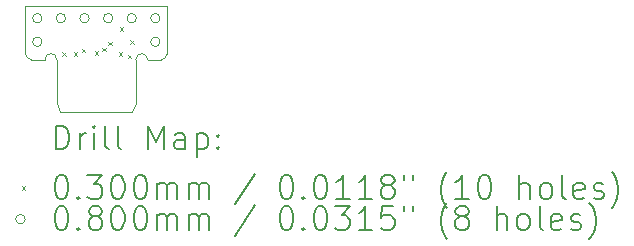
<source format=gbr>
%TF.GenerationSoftware,KiCad,Pcbnew,8.0.2*%
%TF.CreationDate,2024-05-28T21:34:03+01:00*%
%TF.ProjectId,RMC_USBCT,524d435f-5553-4424-9354-2e6b69636164,rev?*%
%TF.SameCoordinates,Original*%
%TF.FileFunction,Drillmap*%
%TF.FilePolarity,Positive*%
%FSLAX45Y45*%
G04 Gerber Fmt 4.5, Leading zero omitted, Abs format (unit mm)*
G04 Created by KiCad (PCBNEW 8.0.2) date 2024-05-28 21:34:03*
%MOMM*%
%LPD*%
G01*
G04 APERTURE LIST*
%ADD10C,0.050000*%
%ADD11C,0.200000*%
%ADD12C,0.100000*%
G04 APERTURE END LIST*
D10*
X11600000Y-7650000D02*
X11600000Y-8050000D01*
X12800000Y-7650000D02*
X11600000Y-7650000D01*
X12800000Y-8050000D02*
X12800000Y-7650000D01*
X11765500Y-8100000D02*
X11650000Y-8100000D01*
X11865500Y-8470000D02*
X11865500Y-8100000D01*
X11865500Y-8470000D02*
X11895500Y-8545000D01*
X12504500Y-8545000D02*
X11895500Y-8545000D01*
X12534500Y-8470000D02*
X12504500Y-8545000D01*
X12534500Y-8470000D02*
X12534500Y-8100000D01*
X12634500Y-8100000D02*
X12750000Y-8100000D01*
X11650000Y-8100000D02*
G75*
G02*
X11600000Y-8050000I0J50000D01*
G01*
X11765500Y-8100000D02*
G75*
G02*
X11865500Y-8100000I50000J0D01*
G01*
X12534500Y-8100000D02*
G75*
G02*
X12634500Y-8100000I50000J0D01*
G01*
X12800000Y-8050000D02*
G75*
G02*
X12750000Y-8100000I-50000J0D01*
G01*
D11*
D12*
X11910000Y-8040000D02*
X11940000Y-8070000D01*
X11940000Y-8040000D02*
X11910000Y-8070000D01*
X12010000Y-8040000D02*
X12040000Y-8070000D01*
X12040000Y-8040000D02*
X12010000Y-8070000D01*
X12075000Y-8010000D02*
X12105000Y-8040000D01*
X12105000Y-8010000D02*
X12075000Y-8040000D01*
X12185000Y-8030000D02*
X12215000Y-8060000D01*
X12215000Y-8030000D02*
X12185000Y-8060000D01*
X12250000Y-8000000D02*
X12280000Y-8030000D01*
X12280000Y-8000000D02*
X12250000Y-8030000D01*
X12300000Y-7950000D02*
X12330000Y-7980000D01*
X12330000Y-7950000D02*
X12300000Y-7980000D01*
X12390000Y-8040000D02*
X12420000Y-8070000D01*
X12420000Y-8040000D02*
X12390000Y-8070000D01*
X12400000Y-7825000D02*
X12430000Y-7855000D01*
X12430000Y-7825000D02*
X12400000Y-7855000D01*
X12465000Y-8057500D02*
X12495000Y-8087500D01*
X12495000Y-8057500D02*
X12465000Y-8087500D01*
X12485000Y-7935000D02*
X12515000Y-7965000D01*
X12515000Y-7935000D02*
X12485000Y-7965000D01*
X11740000Y-7750000D02*
G75*
G02*
X11660000Y-7750000I-40000J0D01*
G01*
X11660000Y-7750000D02*
G75*
G02*
X11740000Y-7750000I40000J0D01*
G01*
X11740000Y-7950000D02*
G75*
G02*
X11660000Y-7950000I-40000J0D01*
G01*
X11660000Y-7950000D02*
G75*
G02*
X11740000Y-7950000I40000J0D01*
G01*
X11940000Y-7750000D02*
G75*
G02*
X11860000Y-7750000I-40000J0D01*
G01*
X11860000Y-7750000D02*
G75*
G02*
X11940000Y-7750000I40000J0D01*
G01*
X12140000Y-7750000D02*
G75*
G02*
X12060000Y-7750000I-40000J0D01*
G01*
X12060000Y-7750000D02*
G75*
G02*
X12140000Y-7750000I40000J0D01*
G01*
X12340000Y-7750000D02*
G75*
G02*
X12260000Y-7750000I-40000J0D01*
G01*
X12260000Y-7750000D02*
G75*
G02*
X12340000Y-7750000I40000J0D01*
G01*
X12540000Y-7750000D02*
G75*
G02*
X12460000Y-7750000I-40000J0D01*
G01*
X12460000Y-7750000D02*
G75*
G02*
X12540000Y-7750000I40000J0D01*
G01*
X12740000Y-7750000D02*
G75*
G02*
X12660000Y-7750000I-40000J0D01*
G01*
X12660000Y-7750000D02*
G75*
G02*
X12740000Y-7750000I40000J0D01*
G01*
X12740000Y-7950000D02*
G75*
G02*
X12660000Y-7950000I-40000J0D01*
G01*
X12660000Y-7950000D02*
G75*
G02*
X12740000Y-7950000I40000J0D01*
G01*
D11*
X11858277Y-8858984D02*
X11858277Y-8658984D01*
X11858277Y-8658984D02*
X11905896Y-8658984D01*
X11905896Y-8658984D02*
X11934467Y-8668508D01*
X11934467Y-8668508D02*
X11953515Y-8687555D01*
X11953515Y-8687555D02*
X11963039Y-8706603D01*
X11963039Y-8706603D02*
X11972562Y-8744698D01*
X11972562Y-8744698D02*
X11972562Y-8773270D01*
X11972562Y-8773270D02*
X11963039Y-8811365D01*
X11963039Y-8811365D02*
X11953515Y-8830412D01*
X11953515Y-8830412D02*
X11934467Y-8849460D01*
X11934467Y-8849460D02*
X11905896Y-8858984D01*
X11905896Y-8858984D02*
X11858277Y-8858984D01*
X12058277Y-8858984D02*
X12058277Y-8725650D01*
X12058277Y-8763746D02*
X12067801Y-8744698D01*
X12067801Y-8744698D02*
X12077324Y-8735174D01*
X12077324Y-8735174D02*
X12096372Y-8725650D01*
X12096372Y-8725650D02*
X12115420Y-8725650D01*
X12182086Y-8858984D02*
X12182086Y-8725650D01*
X12182086Y-8658984D02*
X12172562Y-8668508D01*
X12172562Y-8668508D02*
X12182086Y-8678031D01*
X12182086Y-8678031D02*
X12191610Y-8668508D01*
X12191610Y-8668508D02*
X12182086Y-8658984D01*
X12182086Y-8658984D02*
X12182086Y-8678031D01*
X12305896Y-8858984D02*
X12286848Y-8849460D01*
X12286848Y-8849460D02*
X12277324Y-8830412D01*
X12277324Y-8830412D02*
X12277324Y-8658984D01*
X12410658Y-8858984D02*
X12391610Y-8849460D01*
X12391610Y-8849460D02*
X12382086Y-8830412D01*
X12382086Y-8830412D02*
X12382086Y-8658984D01*
X12639229Y-8858984D02*
X12639229Y-8658984D01*
X12639229Y-8658984D02*
X12705896Y-8801841D01*
X12705896Y-8801841D02*
X12772562Y-8658984D01*
X12772562Y-8658984D02*
X12772562Y-8858984D01*
X12953515Y-8858984D02*
X12953515Y-8754222D01*
X12953515Y-8754222D02*
X12943991Y-8735174D01*
X12943991Y-8735174D02*
X12924943Y-8725650D01*
X12924943Y-8725650D02*
X12886848Y-8725650D01*
X12886848Y-8725650D02*
X12867801Y-8735174D01*
X12953515Y-8849460D02*
X12934467Y-8858984D01*
X12934467Y-8858984D02*
X12886848Y-8858984D01*
X12886848Y-8858984D02*
X12867801Y-8849460D01*
X12867801Y-8849460D02*
X12858277Y-8830412D01*
X12858277Y-8830412D02*
X12858277Y-8811365D01*
X12858277Y-8811365D02*
X12867801Y-8792317D01*
X12867801Y-8792317D02*
X12886848Y-8782793D01*
X12886848Y-8782793D02*
X12934467Y-8782793D01*
X12934467Y-8782793D02*
X12953515Y-8773270D01*
X13048753Y-8725650D02*
X13048753Y-8925650D01*
X13048753Y-8735174D02*
X13067801Y-8725650D01*
X13067801Y-8725650D02*
X13105896Y-8725650D01*
X13105896Y-8725650D02*
X13124943Y-8735174D01*
X13124943Y-8735174D02*
X13134467Y-8744698D01*
X13134467Y-8744698D02*
X13143991Y-8763746D01*
X13143991Y-8763746D02*
X13143991Y-8820889D01*
X13143991Y-8820889D02*
X13134467Y-8839936D01*
X13134467Y-8839936D02*
X13124943Y-8849460D01*
X13124943Y-8849460D02*
X13105896Y-8858984D01*
X13105896Y-8858984D02*
X13067801Y-8858984D01*
X13067801Y-8858984D02*
X13048753Y-8849460D01*
X13229705Y-8839936D02*
X13239229Y-8849460D01*
X13239229Y-8849460D02*
X13229705Y-8858984D01*
X13229705Y-8858984D02*
X13220182Y-8849460D01*
X13220182Y-8849460D02*
X13229705Y-8839936D01*
X13229705Y-8839936D02*
X13229705Y-8858984D01*
X13229705Y-8735174D02*
X13239229Y-8744698D01*
X13239229Y-8744698D02*
X13229705Y-8754222D01*
X13229705Y-8754222D02*
X13220182Y-8744698D01*
X13220182Y-8744698D02*
X13229705Y-8735174D01*
X13229705Y-8735174D02*
X13229705Y-8754222D01*
D12*
X11567500Y-9172500D02*
X11597500Y-9202500D01*
X11597500Y-9172500D02*
X11567500Y-9202500D01*
D11*
X11896372Y-9078984D02*
X11915420Y-9078984D01*
X11915420Y-9078984D02*
X11934467Y-9088508D01*
X11934467Y-9088508D02*
X11943991Y-9098031D01*
X11943991Y-9098031D02*
X11953515Y-9117079D01*
X11953515Y-9117079D02*
X11963039Y-9155174D01*
X11963039Y-9155174D02*
X11963039Y-9202793D01*
X11963039Y-9202793D02*
X11953515Y-9240889D01*
X11953515Y-9240889D02*
X11943991Y-9259936D01*
X11943991Y-9259936D02*
X11934467Y-9269460D01*
X11934467Y-9269460D02*
X11915420Y-9278984D01*
X11915420Y-9278984D02*
X11896372Y-9278984D01*
X11896372Y-9278984D02*
X11877324Y-9269460D01*
X11877324Y-9269460D02*
X11867801Y-9259936D01*
X11867801Y-9259936D02*
X11858277Y-9240889D01*
X11858277Y-9240889D02*
X11848753Y-9202793D01*
X11848753Y-9202793D02*
X11848753Y-9155174D01*
X11848753Y-9155174D02*
X11858277Y-9117079D01*
X11858277Y-9117079D02*
X11867801Y-9098031D01*
X11867801Y-9098031D02*
X11877324Y-9088508D01*
X11877324Y-9088508D02*
X11896372Y-9078984D01*
X12048753Y-9259936D02*
X12058277Y-9269460D01*
X12058277Y-9269460D02*
X12048753Y-9278984D01*
X12048753Y-9278984D02*
X12039229Y-9269460D01*
X12039229Y-9269460D02*
X12048753Y-9259936D01*
X12048753Y-9259936D02*
X12048753Y-9278984D01*
X12124943Y-9078984D02*
X12248753Y-9078984D01*
X12248753Y-9078984D02*
X12182086Y-9155174D01*
X12182086Y-9155174D02*
X12210658Y-9155174D01*
X12210658Y-9155174D02*
X12229705Y-9164698D01*
X12229705Y-9164698D02*
X12239229Y-9174222D01*
X12239229Y-9174222D02*
X12248753Y-9193270D01*
X12248753Y-9193270D02*
X12248753Y-9240889D01*
X12248753Y-9240889D02*
X12239229Y-9259936D01*
X12239229Y-9259936D02*
X12229705Y-9269460D01*
X12229705Y-9269460D02*
X12210658Y-9278984D01*
X12210658Y-9278984D02*
X12153515Y-9278984D01*
X12153515Y-9278984D02*
X12134467Y-9269460D01*
X12134467Y-9269460D02*
X12124943Y-9259936D01*
X12372562Y-9078984D02*
X12391610Y-9078984D01*
X12391610Y-9078984D02*
X12410658Y-9088508D01*
X12410658Y-9088508D02*
X12420182Y-9098031D01*
X12420182Y-9098031D02*
X12429705Y-9117079D01*
X12429705Y-9117079D02*
X12439229Y-9155174D01*
X12439229Y-9155174D02*
X12439229Y-9202793D01*
X12439229Y-9202793D02*
X12429705Y-9240889D01*
X12429705Y-9240889D02*
X12420182Y-9259936D01*
X12420182Y-9259936D02*
X12410658Y-9269460D01*
X12410658Y-9269460D02*
X12391610Y-9278984D01*
X12391610Y-9278984D02*
X12372562Y-9278984D01*
X12372562Y-9278984D02*
X12353515Y-9269460D01*
X12353515Y-9269460D02*
X12343991Y-9259936D01*
X12343991Y-9259936D02*
X12334467Y-9240889D01*
X12334467Y-9240889D02*
X12324943Y-9202793D01*
X12324943Y-9202793D02*
X12324943Y-9155174D01*
X12324943Y-9155174D02*
X12334467Y-9117079D01*
X12334467Y-9117079D02*
X12343991Y-9098031D01*
X12343991Y-9098031D02*
X12353515Y-9088508D01*
X12353515Y-9088508D02*
X12372562Y-9078984D01*
X12563039Y-9078984D02*
X12582086Y-9078984D01*
X12582086Y-9078984D02*
X12601134Y-9088508D01*
X12601134Y-9088508D02*
X12610658Y-9098031D01*
X12610658Y-9098031D02*
X12620182Y-9117079D01*
X12620182Y-9117079D02*
X12629705Y-9155174D01*
X12629705Y-9155174D02*
X12629705Y-9202793D01*
X12629705Y-9202793D02*
X12620182Y-9240889D01*
X12620182Y-9240889D02*
X12610658Y-9259936D01*
X12610658Y-9259936D02*
X12601134Y-9269460D01*
X12601134Y-9269460D02*
X12582086Y-9278984D01*
X12582086Y-9278984D02*
X12563039Y-9278984D01*
X12563039Y-9278984D02*
X12543991Y-9269460D01*
X12543991Y-9269460D02*
X12534467Y-9259936D01*
X12534467Y-9259936D02*
X12524943Y-9240889D01*
X12524943Y-9240889D02*
X12515420Y-9202793D01*
X12515420Y-9202793D02*
X12515420Y-9155174D01*
X12515420Y-9155174D02*
X12524943Y-9117079D01*
X12524943Y-9117079D02*
X12534467Y-9098031D01*
X12534467Y-9098031D02*
X12543991Y-9088508D01*
X12543991Y-9088508D02*
X12563039Y-9078984D01*
X12715420Y-9278984D02*
X12715420Y-9145650D01*
X12715420Y-9164698D02*
X12724943Y-9155174D01*
X12724943Y-9155174D02*
X12743991Y-9145650D01*
X12743991Y-9145650D02*
X12772563Y-9145650D01*
X12772563Y-9145650D02*
X12791610Y-9155174D01*
X12791610Y-9155174D02*
X12801134Y-9174222D01*
X12801134Y-9174222D02*
X12801134Y-9278984D01*
X12801134Y-9174222D02*
X12810658Y-9155174D01*
X12810658Y-9155174D02*
X12829705Y-9145650D01*
X12829705Y-9145650D02*
X12858277Y-9145650D01*
X12858277Y-9145650D02*
X12877324Y-9155174D01*
X12877324Y-9155174D02*
X12886848Y-9174222D01*
X12886848Y-9174222D02*
X12886848Y-9278984D01*
X12982086Y-9278984D02*
X12982086Y-9145650D01*
X12982086Y-9164698D02*
X12991610Y-9155174D01*
X12991610Y-9155174D02*
X13010658Y-9145650D01*
X13010658Y-9145650D02*
X13039229Y-9145650D01*
X13039229Y-9145650D02*
X13058277Y-9155174D01*
X13058277Y-9155174D02*
X13067801Y-9174222D01*
X13067801Y-9174222D02*
X13067801Y-9278984D01*
X13067801Y-9174222D02*
X13077324Y-9155174D01*
X13077324Y-9155174D02*
X13096372Y-9145650D01*
X13096372Y-9145650D02*
X13124943Y-9145650D01*
X13124943Y-9145650D02*
X13143991Y-9155174D01*
X13143991Y-9155174D02*
X13153515Y-9174222D01*
X13153515Y-9174222D02*
X13153515Y-9278984D01*
X13543991Y-9069460D02*
X13372563Y-9326603D01*
X13801134Y-9078984D02*
X13820182Y-9078984D01*
X13820182Y-9078984D02*
X13839229Y-9088508D01*
X13839229Y-9088508D02*
X13848753Y-9098031D01*
X13848753Y-9098031D02*
X13858277Y-9117079D01*
X13858277Y-9117079D02*
X13867801Y-9155174D01*
X13867801Y-9155174D02*
X13867801Y-9202793D01*
X13867801Y-9202793D02*
X13858277Y-9240889D01*
X13858277Y-9240889D02*
X13848753Y-9259936D01*
X13848753Y-9259936D02*
X13839229Y-9269460D01*
X13839229Y-9269460D02*
X13820182Y-9278984D01*
X13820182Y-9278984D02*
X13801134Y-9278984D01*
X13801134Y-9278984D02*
X13782086Y-9269460D01*
X13782086Y-9269460D02*
X13772563Y-9259936D01*
X13772563Y-9259936D02*
X13763039Y-9240889D01*
X13763039Y-9240889D02*
X13753515Y-9202793D01*
X13753515Y-9202793D02*
X13753515Y-9155174D01*
X13753515Y-9155174D02*
X13763039Y-9117079D01*
X13763039Y-9117079D02*
X13772563Y-9098031D01*
X13772563Y-9098031D02*
X13782086Y-9088508D01*
X13782086Y-9088508D02*
X13801134Y-9078984D01*
X13953515Y-9259936D02*
X13963039Y-9269460D01*
X13963039Y-9269460D02*
X13953515Y-9278984D01*
X13953515Y-9278984D02*
X13943991Y-9269460D01*
X13943991Y-9269460D02*
X13953515Y-9259936D01*
X13953515Y-9259936D02*
X13953515Y-9278984D01*
X14086848Y-9078984D02*
X14105896Y-9078984D01*
X14105896Y-9078984D02*
X14124944Y-9088508D01*
X14124944Y-9088508D02*
X14134467Y-9098031D01*
X14134467Y-9098031D02*
X14143991Y-9117079D01*
X14143991Y-9117079D02*
X14153515Y-9155174D01*
X14153515Y-9155174D02*
X14153515Y-9202793D01*
X14153515Y-9202793D02*
X14143991Y-9240889D01*
X14143991Y-9240889D02*
X14134467Y-9259936D01*
X14134467Y-9259936D02*
X14124944Y-9269460D01*
X14124944Y-9269460D02*
X14105896Y-9278984D01*
X14105896Y-9278984D02*
X14086848Y-9278984D01*
X14086848Y-9278984D02*
X14067801Y-9269460D01*
X14067801Y-9269460D02*
X14058277Y-9259936D01*
X14058277Y-9259936D02*
X14048753Y-9240889D01*
X14048753Y-9240889D02*
X14039229Y-9202793D01*
X14039229Y-9202793D02*
X14039229Y-9155174D01*
X14039229Y-9155174D02*
X14048753Y-9117079D01*
X14048753Y-9117079D02*
X14058277Y-9098031D01*
X14058277Y-9098031D02*
X14067801Y-9088508D01*
X14067801Y-9088508D02*
X14086848Y-9078984D01*
X14343991Y-9278984D02*
X14229706Y-9278984D01*
X14286848Y-9278984D02*
X14286848Y-9078984D01*
X14286848Y-9078984D02*
X14267801Y-9107555D01*
X14267801Y-9107555D02*
X14248753Y-9126603D01*
X14248753Y-9126603D02*
X14229706Y-9136127D01*
X14534467Y-9278984D02*
X14420182Y-9278984D01*
X14477325Y-9278984D02*
X14477325Y-9078984D01*
X14477325Y-9078984D02*
X14458277Y-9107555D01*
X14458277Y-9107555D02*
X14439229Y-9126603D01*
X14439229Y-9126603D02*
X14420182Y-9136127D01*
X14648753Y-9164698D02*
X14629706Y-9155174D01*
X14629706Y-9155174D02*
X14620182Y-9145650D01*
X14620182Y-9145650D02*
X14610658Y-9126603D01*
X14610658Y-9126603D02*
X14610658Y-9117079D01*
X14610658Y-9117079D02*
X14620182Y-9098031D01*
X14620182Y-9098031D02*
X14629706Y-9088508D01*
X14629706Y-9088508D02*
X14648753Y-9078984D01*
X14648753Y-9078984D02*
X14686848Y-9078984D01*
X14686848Y-9078984D02*
X14705896Y-9088508D01*
X14705896Y-9088508D02*
X14715420Y-9098031D01*
X14715420Y-9098031D02*
X14724944Y-9117079D01*
X14724944Y-9117079D02*
X14724944Y-9126603D01*
X14724944Y-9126603D02*
X14715420Y-9145650D01*
X14715420Y-9145650D02*
X14705896Y-9155174D01*
X14705896Y-9155174D02*
X14686848Y-9164698D01*
X14686848Y-9164698D02*
X14648753Y-9164698D01*
X14648753Y-9164698D02*
X14629706Y-9174222D01*
X14629706Y-9174222D02*
X14620182Y-9183746D01*
X14620182Y-9183746D02*
X14610658Y-9202793D01*
X14610658Y-9202793D02*
X14610658Y-9240889D01*
X14610658Y-9240889D02*
X14620182Y-9259936D01*
X14620182Y-9259936D02*
X14629706Y-9269460D01*
X14629706Y-9269460D02*
X14648753Y-9278984D01*
X14648753Y-9278984D02*
X14686848Y-9278984D01*
X14686848Y-9278984D02*
X14705896Y-9269460D01*
X14705896Y-9269460D02*
X14715420Y-9259936D01*
X14715420Y-9259936D02*
X14724944Y-9240889D01*
X14724944Y-9240889D02*
X14724944Y-9202793D01*
X14724944Y-9202793D02*
X14715420Y-9183746D01*
X14715420Y-9183746D02*
X14705896Y-9174222D01*
X14705896Y-9174222D02*
X14686848Y-9164698D01*
X14801134Y-9078984D02*
X14801134Y-9117079D01*
X14877325Y-9078984D02*
X14877325Y-9117079D01*
X15172563Y-9355174D02*
X15163039Y-9345650D01*
X15163039Y-9345650D02*
X15143991Y-9317079D01*
X15143991Y-9317079D02*
X15134468Y-9298031D01*
X15134468Y-9298031D02*
X15124944Y-9269460D01*
X15124944Y-9269460D02*
X15115420Y-9221841D01*
X15115420Y-9221841D02*
X15115420Y-9183746D01*
X15115420Y-9183746D02*
X15124944Y-9136127D01*
X15124944Y-9136127D02*
X15134468Y-9107555D01*
X15134468Y-9107555D02*
X15143991Y-9088508D01*
X15143991Y-9088508D02*
X15163039Y-9059936D01*
X15163039Y-9059936D02*
X15172563Y-9050412D01*
X15353515Y-9278984D02*
X15239229Y-9278984D01*
X15296372Y-9278984D02*
X15296372Y-9078984D01*
X15296372Y-9078984D02*
X15277325Y-9107555D01*
X15277325Y-9107555D02*
X15258277Y-9126603D01*
X15258277Y-9126603D02*
X15239229Y-9136127D01*
X15477325Y-9078984D02*
X15496372Y-9078984D01*
X15496372Y-9078984D02*
X15515420Y-9088508D01*
X15515420Y-9088508D02*
X15524944Y-9098031D01*
X15524944Y-9098031D02*
X15534468Y-9117079D01*
X15534468Y-9117079D02*
X15543991Y-9155174D01*
X15543991Y-9155174D02*
X15543991Y-9202793D01*
X15543991Y-9202793D02*
X15534468Y-9240889D01*
X15534468Y-9240889D02*
X15524944Y-9259936D01*
X15524944Y-9259936D02*
X15515420Y-9269460D01*
X15515420Y-9269460D02*
X15496372Y-9278984D01*
X15496372Y-9278984D02*
X15477325Y-9278984D01*
X15477325Y-9278984D02*
X15458277Y-9269460D01*
X15458277Y-9269460D02*
X15448753Y-9259936D01*
X15448753Y-9259936D02*
X15439229Y-9240889D01*
X15439229Y-9240889D02*
X15429706Y-9202793D01*
X15429706Y-9202793D02*
X15429706Y-9155174D01*
X15429706Y-9155174D02*
X15439229Y-9117079D01*
X15439229Y-9117079D02*
X15448753Y-9098031D01*
X15448753Y-9098031D02*
X15458277Y-9088508D01*
X15458277Y-9088508D02*
X15477325Y-9078984D01*
X15782087Y-9278984D02*
X15782087Y-9078984D01*
X15867801Y-9278984D02*
X15867801Y-9174222D01*
X15867801Y-9174222D02*
X15858277Y-9155174D01*
X15858277Y-9155174D02*
X15839230Y-9145650D01*
X15839230Y-9145650D02*
X15810658Y-9145650D01*
X15810658Y-9145650D02*
X15791610Y-9155174D01*
X15791610Y-9155174D02*
X15782087Y-9164698D01*
X15991610Y-9278984D02*
X15972563Y-9269460D01*
X15972563Y-9269460D02*
X15963039Y-9259936D01*
X15963039Y-9259936D02*
X15953515Y-9240889D01*
X15953515Y-9240889D02*
X15953515Y-9183746D01*
X15953515Y-9183746D02*
X15963039Y-9164698D01*
X15963039Y-9164698D02*
X15972563Y-9155174D01*
X15972563Y-9155174D02*
X15991610Y-9145650D01*
X15991610Y-9145650D02*
X16020182Y-9145650D01*
X16020182Y-9145650D02*
X16039230Y-9155174D01*
X16039230Y-9155174D02*
X16048753Y-9164698D01*
X16048753Y-9164698D02*
X16058277Y-9183746D01*
X16058277Y-9183746D02*
X16058277Y-9240889D01*
X16058277Y-9240889D02*
X16048753Y-9259936D01*
X16048753Y-9259936D02*
X16039230Y-9269460D01*
X16039230Y-9269460D02*
X16020182Y-9278984D01*
X16020182Y-9278984D02*
X15991610Y-9278984D01*
X16172563Y-9278984D02*
X16153515Y-9269460D01*
X16153515Y-9269460D02*
X16143991Y-9250412D01*
X16143991Y-9250412D02*
X16143991Y-9078984D01*
X16324944Y-9269460D02*
X16305896Y-9278984D01*
X16305896Y-9278984D02*
X16267801Y-9278984D01*
X16267801Y-9278984D02*
X16248753Y-9269460D01*
X16248753Y-9269460D02*
X16239230Y-9250412D01*
X16239230Y-9250412D02*
X16239230Y-9174222D01*
X16239230Y-9174222D02*
X16248753Y-9155174D01*
X16248753Y-9155174D02*
X16267801Y-9145650D01*
X16267801Y-9145650D02*
X16305896Y-9145650D01*
X16305896Y-9145650D02*
X16324944Y-9155174D01*
X16324944Y-9155174D02*
X16334468Y-9174222D01*
X16334468Y-9174222D02*
X16334468Y-9193270D01*
X16334468Y-9193270D02*
X16239230Y-9212317D01*
X16410658Y-9269460D02*
X16429706Y-9278984D01*
X16429706Y-9278984D02*
X16467801Y-9278984D01*
X16467801Y-9278984D02*
X16486849Y-9269460D01*
X16486849Y-9269460D02*
X16496372Y-9250412D01*
X16496372Y-9250412D02*
X16496372Y-9240889D01*
X16496372Y-9240889D02*
X16486849Y-9221841D01*
X16486849Y-9221841D02*
X16467801Y-9212317D01*
X16467801Y-9212317D02*
X16439230Y-9212317D01*
X16439230Y-9212317D02*
X16420182Y-9202793D01*
X16420182Y-9202793D02*
X16410658Y-9183746D01*
X16410658Y-9183746D02*
X16410658Y-9174222D01*
X16410658Y-9174222D02*
X16420182Y-9155174D01*
X16420182Y-9155174D02*
X16439230Y-9145650D01*
X16439230Y-9145650D02*
X16467801Y-9145650D01*
X16467801Y-9145650D02*
X16486849Y-9155174D01*
X16563039Y-9355174D02*
X16572563Y-9345650D01*
X16572563Y-9345650D02*
X16591611Y-9317079D01*
X16591611Y-9317079D02*
X16601134Y-9298031D01*
X16601134Y-9298031D02*
X16610658Y-9269460D01*
X16610658Y-9269460D02*
X16620182Y-9221841D01*
X16620182Y-9221841D02*
X16620182Y-9183746D01*
X16620182Y-9183746D02*
X16610658Y-9136127D01*
X16610658Y-9136127D02*
X16601134Y-9107555D01*
X16601134Y-9107555D02*
X16591611Y-9088508D01*
X16591611Y-9088508D02*
X16572563Y-9059936D01*
X16572563Y-9059936D02*
X16563039Y-9050412D01*
D12*
X11597500Y-9451500D02*
G75*
G02*
X11517500Y-9451500I-40000J0D01*
G01*
X11517500Y-9451500D02*
G75*
G02*
X11597500Y-9451500I40000J0D01*
G01*
D11*
X11896372Y-9342984D02*
X11915420Y-9342984D01*
X11915420Y-9342984D02*
X11934467Y-9352508D01*
X11934467Y-9352508D02*
X11943991Y-9362031D01*
X11943991Y-9362031D02*
X11953515Y-9381079D01*
X11953515Y-9381079D02*
X11963039Y-9419174D01*
X11963039Y-9419174D02*
X11963039Y-9466793D01*
X11963039Y-9466793D02*
X11953515Y-9504889D01*
X11953515Y-9504889D02*
X11943991Y-9523936D01*
X11943991Y-9523936D02*
X11934467Y-9533460D01*
X11934467Y-9533460D02*
X11915420Y-9542984D01*
X11915420Y-9542984D02*
X11896372Y-9542984D01*
X11896372Y-9542984D02*
X11877324Y-9533460D01*
X11877324Y-9533460D02*
X11867801Y-9523936D01*
X11867801Y-9523936D02*
X11858277Y-9504889D01*
X11858277Y-9504889D02*
X11848753Y-9466793D01*
X11848753Y-9466793D02*
X11848753Y-9419174D01*
X11848753Y-9419174D02*
X11858277Y-9381079D01*
X11858277Y-9381079D02*
X11867801Y-9362031D01*
X11867801Y-9362031D02*
X11877324Y-9352508D01*
X11877324Y-9352508D02*
X11896372Y-9342984D01*
X12048753Y-9523936D02*
X12058277Y-9533460D01*
X12058277Y-9533460D02*
X12048753Y-9542984D01*
X12048753Y-9542984D02*
X12039229Y-9533460D01*
X12039229Y-9533460D02*
X12048753Y-9523936D01*
X12048753Y-9523936D02*
X12048753Y-9542984D01*
X12172562Y-9428698D02*
X12153515Y-9419174D01*
X12153515Y-9419174D02*
X12143991Y-9409650D01*
X12143991Y-9409650D02*
X12134467Y-9390603D01*
X12134467Y-9390603D02*
X12134467Y-9381079D01*
X12134467Y-9381079D02*
X12143991Y-9362031D01*
X12143991Y-9362031D02*
X12153515Y-9352508D01*
X12153515Y-9352508D02*
X12172562Y-9342984D01*
X12172562Y-9342984D02*
X12210658Y-9342984D01*
X12210658Y-9342984D02*
X12229705Y-9352508D01*
X12229705Y-9352508D02*
X12239229Y-9362031D01*
X12239229Y-9362031D02*
X12248753Y-9381079D01*
X12248753Y-9381079D02*
X12248753Y-9390603D01*
X12248753Y-9390603D02*
X12239229Y-9409650D01*
X12239229Y-9409650D02*
X12229705Y-9419174D01*
X12229705Y-9419174D02*
X12210658Y-9428698D01*
X12210658Y-9428698D02*
X12172562Y-9428698D01*
X12172562Y-9428698D02*
X12153515Y-9438222D01*
X12153515Y-9438222D02*
X12143991Y-9447746D01*
X12143991Y-9447746D02*
X12134467Y-9466793D01*
X12134467Y-9466793D02*
X12134467Y-9504889D01*
X12134467Y-9504889D02*
X12143991Y-9523936D01*
X12143991Y-9523936D02*
X12153515Y-9533460D01*
X12153515Y-9533460D02*
X12172562Y-9542984D01*
X12172562Y-9542984D02*
X12210658Y-9542984D01*
X12210658Y-9542984D02*
X12229705Y-9533460D01*
X12229705Y-9533460D02*
X12239229Y-9523936D01*
X12239229Y-9523936D02*
X12248753Y-9504889D01*
X12248753Y-9504889D02*
X12248753Y-9466793D01*
X12248753Y-9466793D02*
X12239229Y-9447746D01*
X12239229Y-9447746D02*
X12229705Y-9438222D01*
X12229705Y-9438222D02*
X12210658Y-9428698D01*
X12372562Y-9342984D02*
X12391610Y-9342984D01*
X12391610Y-9342984D02*
X12410658Y-9352508D01*
X12410658Y-9352508D02*
X12420182Y-9362031D01*
X12420182Y-9362031D02*
X12429705Y-9381079D01*
X12429705Y-9381079D02*
X12439229Y-9419174D01*
X12439229Y-9419174D02*
X12439229Y-9466793D01*
X12439229Y-9466793D02*
X12429705Y-9504889D01*
X12429705Y-9504889D02*
X12420182Y-9523936D01*
X12420182Y-9523936D02*
X12410658Y-9533460D01*
X12410658Y-9533460D02*
X12391610Y-9542984D01*
X12391610Y-9542984D02*
X12372562Y-9542984D01*
X12372562Y-9542984D02*
X12353515Y-9533460D01*
X12353515Y-9533460D02*
X12343991Y-9523936D01*
X12343991Y-9523936D02*
X12334467Y-9504889D01*
X12334467Y-9504889D02*
X12324943Y-9466793D01*
X12324943Y-9466793D02*
X12324943Y-9419174D01*
X12324943Y-9419174D02*
X12334467Y-9381079D01*
X12334467Y-9381079D02*
X12343991Y-9362031D01*
X12343991Y-9362031D02*
X12353515Y-9352508D01*
X12353515Y-9352508D02*
X12372562Y-9342984D01*
X12563039Y-9342984D02*
X12582086Y-9342984D01*
X12582086Y-9342984D02*
X12601134Y-9352508D01*
X12601134Y-9352508D02*
X12610658Y-9362031D01*
X12610658Y-9362031D02*
X12620182Y-9381079D01*
X12620182Y-9381079D02*
X12629705Y-9419174D01*
X12629705Y-9419174D02*
X12629705Y-9466793D01*
X12629705Y-9466793D02*
X12620182Y-9504889D01*
X12620182Y-9504889D02*
X12610658Y-9523936D01*
X12610658Y-9523936D02*
X12601134Y-9533460D01*
X12601134Y-9533460D02*
X12582086Y-9542984D01*
X12582086Y-9542984D02*
X12563039Y-9542984D01*
X12563039Y-9542984D02*
X12543991Y-9533460D01*
X12543991Y-9533460D02*
X12534467Y-9523936D01*
X12534467Y-9523936D02*
X12524943Y-9504889D01*
X12524943Y-9504889D02*
X12515420Y-9466793D01*
X12515420Y-9466793D02*
X12515420Y-9419174D01*
X12515420Y-9419174D02*
X12524943Y-9381079D01*
X12524943Y-9381079D02*
X12534467Y-9362031D01*
X12534467Y-9362031D02*
X12543991Y-9352508D01*
X12543991Y-9352508D02*
X12563039Y-9342984D01*
X12715420Y-9542984D02*
X12715420Y-9409650D01*
X12715420Y-9428698D02*
X12724943Y-9419174D01*
X12724943Y-9419174D02*
X12743991Y-9409650D01*
X12743991Y-9409650D02*
X12772563Y-9409650D01*
X12772563Y-9409650D02*
X12791610Y-9419174D01*
X12791610Y-9419174D02*
X12801134Y-9438222D01*
X12801134Y-9438222D02*
X12801134Y-9542984D01*
X12801134Y-9438222D02*
X12810658Y-9419174D01*
X12810658Y-9419174D02*
X12829705Y-9409650D01*
X12829705Y-9409650D02*
X12858277Y-9409650D01*
X12858277Y-9409650D02*
X12877324Y-9419174D01*
X12877324Y-9419174D02*
X12886848Y-9438222D01*
X12886848Y-9438222D02*
X12886848Y-9542984D01*
X12982086Y-9542984D02*
X12982086Y-9409650D01*
X12982086Y-9428698D02*
X12991610Y-9419174D01*
X12991610Y-9419174D02*
X13010658Y-9409650D01*
X13010658Y-9409650D02*
X13039229Y-9409650D01*
X13039229Y-9409650D02*
X13058277Y-9419174D01*
X13058277Y-9419174D02*
X13067801Y-9438222D01*
X13067801Y-9438222D02*
X13067801Y-9542984D01*
X13067801Y-9438222D02*
X13077324Y-9419174D01*
X13077324Y-9419174D02*
X13096372Y-9409650D01*
X13096372Y-9409650D02*
X13124943Y-9409650D01*
X13124943Y-9409650D02*
X13143991Y-9419174D01*
X13143991Y-9419174D02*
X13153515Y-9438222D01*
X13153515Y-9438222D02*
X13153515Y-9542984D01*
X13543991Y-9333460D02*
X13372563Y-9590603D01*
X13801134Y-9342984D02*
X13820182Y-9342984D01*
X13820182Y-9342984D02*
X13839229Y-9352508D01*
X13839229Y-9352508D02*
X13848753Y-9362031D01*
X13848753Y-9362031D02*
X13858277Y-9381079D01*
X13858277Y-9381079D02*
X13867801Y-9419174D01*
X13867801Y-9419174D02*
X13867801Y-9466793D01*
X13867801Y-9466793D02*
X13858277Y-9504889D01*
X13858277Y-9504889D02*
X13848753Y-9523936D01*
X13848753Y-9523936D02*
X13839229Y-9533460D01*
X13839229Y-9533460D02*
X13820182Y-9542984D01*
X13820182Y-9542984D02*
X13801134Y-9542984D01*
X13801134Y-9542984D02*
X13782086Y-9533460D01*
X13782086Y-9533460D02*
X13772563Y-9523936D01*
X13772563Y-9523936D02*
X13763039Y-9504889D01*
X13763039Y-9504889D02*
X13753515Y-9466793D01*
X13753515Y-9466793D02*
X13753515Y-9419174D01*
X13753515Y-9419174D02*
X13763039Y-9381079D01*
X13763039Y-9381079D02*
X13772563Y-9362031D01*
X13772563Y-9362031D02*
X13782086Y-9352508D01*
X13782086Y-9352508D02*
X13801134Y-9342984D01*
X13953515Y-9523936D02*
X13963039Y-9533460D01*
X13963039Y-9533460D02*
X13953515Y-9542984D01*
X13953515Y-9542984D02*
X13943991Y-9533460D01*
X13943991Y-9533460D02*
X13953515Y-9523936D01*
X13953515Y-9523936D02*
X13953515Y-9542984D01*
X14086848Y-9342984D02*
X14105896Y-9342984D01*
X14105896Y-9342984D02*
X14124944Y-9352508D01*
X14124944Y-9352508D02*
X14134467Y-9362031D01*
X14134467Y-9362031D02*
X14143991Y-9381079D01*
X14143991Y-9381079D02*
X14153515Y-9419174D01*
X14153515Y-9419174D02*
X14153515Y-9466793D01*
X14153515Y-9466793D02*
X14143991Y-9504889D01*
X14143991Y-9504889D02*
X14134467Y-9523936D01*
X14134467Y-9523936D02*
X14124944Y-9533460D01*
X14124944Y-9533460D02*
X14105896Y-9542984D01*
X14105896Y-9542984D02*
X14086848Y-9542984D01*
X14086848Y-9542984D02*
X14067801Y-9533460D01*
X14067801Y-9533460D02*
X14058277Y-9523936D01*
X14058277Y-9523936D02*
X14048753Y-9504889D01*
X14048753Y-9504889D02*
X14039229Y-9466793D01*
X14039229Y-9466793D02*
X14039229Y-9419174D01*
X14039229Y-9419174D02*
X14048753Y-9381079D01*
X14048753Y-9381079D02*
X14058277Y-9362031D01*
X14058277Y-9362031D02*
X14067801Y-9352508D01*
X14067801Y-9352508D02*
X14086848Y-9342984D01*
X14220182Y-9342984D02*
X14343991Y-9342984D01*
X14343991Y-9342984D02*
X14277325Y-9419174D01*
X14277325Y-9419174D02*
X14305896Y-9419174D01*
X14305896Y-9419174D02*
X14324944Y-9428698D01*
X14324944Y-9428698D02*
X14334467Y-9438222D01*
X14334467Y-9438222D02*
X14343991Y-9457270D01*
X14343991Y-9457270D02*
X14343991Y-9504889D01*
X14343991Y-9504889D02*
X14334467Y-9523936D01*
X14334467Y-9523936D02*
X14324944Y-9533460D01*
X14324944Y-9533460D02*
X14305896Y-9542984D01*
X14305896Y-9542984D02*
X14248753Y-9542984D01*
X14248753Y-9542984D02*
X14229706Y-9533460D01*
X14229706Y-9533460D02*
X14220182Y-9523936D01*
X14534467Y-9542984D02*
X14420182Y-9542984D01*
X14477325Y-9542984D02*
X14477325Y-9342984D01*
X14477325Y-9342984D02*
X14458277Y-9371555D01*
X14458277Y-9371555D02*
X14439229Y-9390603D01*
X14439229Y-9390603D02*
X14420182Y-9400127D01*
X14715420Y-9342984D02*
X14620182Y-9342984D01*
X14620182Y-9342984D02*
X14610658Y-9438222D01*
X14610658Y-9438222D02*
X14620182Y-9428698D01*
X14620182Y-9428698D02*
X14639229Y-9419174D01*
X14639229Y-9419174D02*
X14686848Y-9419174D01*
X14686848Y-9419174D02*
X14705896Y-9428698D01*
X14705896Y-9428698D02*
X14715420Y-9438222D01*
X14715420Y-9438222D02*
X14724944Y-9457270D01*
X14724944Y-9457270D02*
X14724944Y-9504889D01*
X14724944Y-9504889D02*
X14715420Y-9523936D01*
X14715420Y-9523936D02*
X14705896Y-9533460D01*
X14705896Y-9533460D02*
X14686848Y-9542984D01*
X14686848Y-9542984D02*
X14639229Y-9542984D01*
X14639229Y-9542984D02*
X14620182Y-9533460D01*
X14620182Y-9533460D02*
X14610658Y-9523936D01*
X14801134Y-9342984D02*
X14801134Y-9381079D01*
X14877325Y-9342984D02*
X14877325Y-9381079D01*
X15172563Y-9619174D02*
X15163039Y-9609650D01*
X15163039Y-9609650D02*
X15143991Y-9581079D01*
X15143991Y-9581079D02*
X15134468Y-9562031D01*
X15134468Y-9562031D02*
X15124944Y-9533460D01*
X15124944Y-9533460D02*
X15115420Y-9485841D01*
X15115420Y-9485841D02*
X15115420Y-9447746D01*
X15115420Y-9447746D02*
X15124944Y-9400127D01*
X15124944Y-9400127D02*
X15134468Y-9371555D01*
X15134468Y-9371555D02*
X15143991Y-9352508D01*
X15143991Y-9352508D02*
X15163039Y-9323936D01*
X15163039Y-9323936D02*
X15172563Y-9314412D01*
X15277325Y-9428698D02*
X15258277Y-9419174D01*
X15258277Y-9419174D02*
X15248753Y-9409650D01*
X15248753Y-9409650D02*
X15239229Y-9390603D01*
X15239229Y-9390603D02*
X15239229Y-9381079D01*
X15239229Y-9381079D02*
X15248753Y-9362031D01*
X15248753Y-9362031D02*
X15258277Y-9352508D01*
X15258277Y-9352508D02*
X15277325Y-9342984D01*
X15277325Y-9342984D02*
X15315420Y-9342984D01*
X15315420Y-9342984D02*
X15334468Y-9352508D01*
X15334468Y-9352508D02*
X15343991Y-9362031D01*
X15343991Y-9362031D02*
X15353515Y-9381079D01*
X15353515Y-9381079D02*
X15353515Y-9390603D01*
X15353515Y-9390603D02*
X15343991Y-9409650D01*
X15343991Y-9409650D02*
X15334468Y-9419174D01*
X15334468Y-9419174D02*
X15315420Y-9428698D01*
X15315420Y-9428698D02*
X15277325Y-9428698D01*
X15277325Y-9428698D02*
X15258277Y-9438222D01*
X15258277Y-9438222D02*
X15248753Y-9447746D01*
X15248753Y-9447746D02*
X15239229Y-9466793D01*
X15239229Y-9466793D02*
X15239229Y-9504889D01*
X15239229Y-9504889D02*
X15248753Y-9523936D01*
X15248753Y-9523936D02*
X15258277Y-9533460D01*
X15258277Y-9533460D02*
X15277325Y-9542984D01*
X15277325Y-9542984D02*
X15315420Y-9542984D01*
X15315420Y-9542984D02*
X15334468Y-9533460D01*
X15334468Y-9533460D02*
X15343991Y-9523936D01*
X15343991Y-9523936D02*
X15353515Y-9504889D01*
X15353515Y-9504889D02*
X15353515Y-9466793D01*
X15353515Y-9466793D02*
X15343991Y-9447746D01*
X15343991Y-9447746D02*
X15334468Y-9438222D01*
X15334468Y-9438222D02*
X15315420Y-9428698D01*
X15591610Y-9542984D02*
X15591610Y-9342984D01*
X15677325Y-9542984D02*
X15677325Y-9438222D01*
X15677325Y-9438222D02*
X15667801Y-9419174D01*
X15667801Y-9419174D02*
X15648753Y-9409650D01*
X15648753Y-9409650D02*
X15620182Y-9409650D01*
X15620182Y-9409650D02*
X15601134Y-9419174D01*
X15601134Y-9419174D02*
X15591610Y-9428698D01*
X15801134Y-9542984D02*
X15782087Y-9533460D01*
X15782087Y-9533460D02*
X15772563Y-9523936D01*
X15772563Y-9523936D02*
X15763039Y-9504889D01*
X15763039Y-9504889D02*
X15763039Y-9447746D01*
X15763039Y-9447746D02*
X15772563Y-9428698D01*
X15772563Y-9428698D02*
X15782087Y-9419174D01*
X15782087Y-9419174D02*
X15801134Y-9409650D01*
X15801134Y-9409650D02*
X15829706Y-9409650D01*
X15829706Y-9409650D02*
X15848753Y-9419174D01*
X15848753Y-9419174D02*
X15858277Y-9428698D01*
X15858277Y-9428698D02*
X15867801Y-9447746D01*
X15867801Y-9447746D02*
X15867801Y-9504889D01*
X15867801Y-9504889D02*
X15858277Y-9523936D01*
X15858277Y-9523936D02*
X15848753Y-9533460D01*
X15848753Y-9533460D02*
X15829706Y-9542984D01*
X15829706Y-9542984D02*
X15801134Y-9542984D01*
X15982087Y-9542984D02*
X15963039Y-9533460D01*
X15963039Y-9533460D02*
X15953515Y-9514412D01*
X15953515Y-9514412D02*
X15953515Y-9342984D01*
X16134468Y-9533460D02*
X16115420Y-9542984D01*
X16115420Y-9542984D02*
X16077325Y-9542984D01*
X16077325Y-9542984D02*
X16058277Y-9533460D01*
X16058277Y-9533460D02*
X16048753Y-9514412D01*
X16048753Y-9514412D02*
X16048753Y-9438222D01*
X16048753Y-9438222D02*
X16058277Y-9419174D01*
X16058277Y-9419174D02*
X16077325Y-9409650D01*
X16077325Y-9409650D02*
X16115420Y-9409650D01*
X16115420Y-9409650D02*
X16134468Y-9419174D01*
X16134468Y-9419174D02*
X16143991Y-9438222D01*
X16143991Y-9438222D02*
X16143991Y-9457270D01*
X16143991Y-9457270D02*
X16048753Y-9476317D01*
X16220182Y-9533460D02*
X16239230Y-9542984D01*
X16239230Y-9542984D02*
X16277325Y-9542984D01*
X16277325Y-9542984D02*
X16296372Y-9533460D01*
X16296372Y-9533460D02*
X16305896Y-9514412D01*
X16305896Y-9514412D02*
X16305896Y-9504889D01*
X16305896Y-9504889D02*
X16296372Y-9485841D01*
X16296372Y-9485841D02*
X16277325Y-9476317D01*
X16277325Y-9476317D02*
X16248753Y-9476317D01*
X16248753Y-9476317D02*
X16229706Y-9466793D01*
X16229706Y-9466793D02*
X16220182Y-9447746D01*
X16220182Y-9447746D02*
X16220182Y-9438222D01*
X16220182Y-9438222D02*
X16229706Y-9419174D01*
X16229706Y-9419174D02*
X16248753Y-9409650D01*
X16248753Y-9409650D02*
X16277325Y-9409650D01*
X16277325Y-9409650D02*
X16296372Y-9419174D01*
X16372563Y-9619174D02*
X16382087Y-9609650D01*
X16382087Y-9609650D02*
X16401134Y-9581079D01*
X16401134Y-9581079D02*
X16410658Y-9562031D01*
X16410658Y-9562031D02*
X16420182Y-9533460D01*
X16420182Y-9533460D02*
X16429706Y-9485841D01*
X16429706Y-9485841D02*
X16429706Y-9447746D01*
X16429706Y-9447746D02*
X16420182Y-9400127D01*
X16420182Y-9400127D02*
X16410658Y-9371555D01*
X16410658Y-9371555D02*
X16401134Y-9352508D01*
X16401134Y-9352508D02*
X16382087Y-9323936D01*
X16382087Y-9323936D02*
X16372563Y-9314412D01*
M02*

</source>
